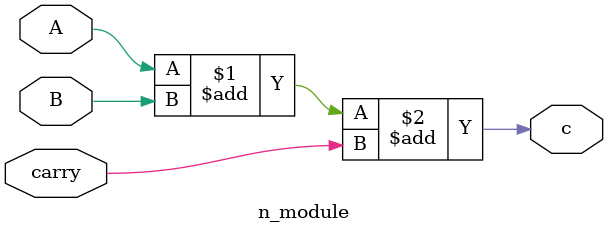
<source format=v>
module n_module(A,B,carry,c);
    parameter N =1;
    input [(N-1):0] A;
    input [N-1:0] B;
    input [N-1:0]carry;
    output [N-1:0]c;
    assign c =A+B+carry;
endmodule


</source>
